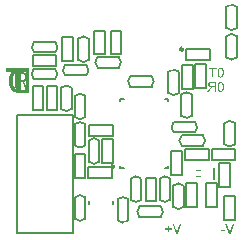
<source format=gbo>
G04 Layer_Color=32896*
%FSAX44Y44*%
%MOMM*%
G71*
G01*
G75*
%ADD14C,0.2500*%
%ADD15C,0.2000*%
%ADD54C,0.1500*%
%ADD55C,0.1000*%
G36*
X01049221Y00844000D02*
X01048136D01*
Y00847629D01*
X01046740D01*
X01046613Y00847621D01*
X01046509Y00847613D01*
X01046429D01*
X01046366Y00847605D01*
X01046318Y00847597D01*
X01046294Y00847589D01*
X01046286D01*
X01046190Y00847565D01*
X01046102Y00847525D01*
X01046022Y00847493D01*
X01045951Y00847453D01*
X01045887Y00847421D01*
X01045839Y00847390D01*
X01045807Y00847374D01*
X01045799Y00847366D01*
X01045704Y00847302D01*
X01045608Y00847214D01*
X01045520Y00847126D01*
X01045432Y00847039D01*
X01045360Y00846959D01*
X01045297Y00846887D01*
X01045265Y00846839D01*
X01045249Y00846831D01*
Y00846823D01*
X01045185Y00846744D01*
X01045129Y00846664D01*
X01044994Y00846480D01*
X01044866Y00846297D01*
X01044738Y00846114D01*
X01044635Y00845954D01*
X01044587Y00845882D01*
X01044547Y00845818D01*
X01044515Y00845771D01*
X01044491Y00845731D01*
X01044475Y00845707D01*
X01044467Y00845699D01*
X01043383Y00844000D01*
X01042035D01*
X01043446Y00846217D01*
X01043606Y00846449D01*
X01043765Y00846664D01*
X01043917Y00846847D01*
X01044053Y00847007D01*
X01044116Y00847079D01*
X01044172Y00847134D01*
X01044220Y00847190D01*
X01044260Y00847230D01*
X01044292Y00847262D01*
X01044316Y00847294D01*
X01044332Y00847302D01*
X01044340Y00847310D01*
X01044435Y00847382D01*
X01044539Y00847461D01*
X01044643Y00847525D01*
X01044746Y00847589D01*
X01044842Y00847637D01*
X01044922Y00847685D01*
X01044954Y00847693D01*
X01044978Y00847709D01*
X01044986Y00847717D01*
X01044994D01*
X01044778Y00847748D01*
X01044579Y00847796D01*
X01044396Y00847844D01*
X01044228Y00847900D01*
X01044069Y00847964D01*
X01043925Y00848028D01*
X01043797Y00848092D01*
X01043686Y00848155D01*
X01043582Y00848219D01*
X01043494Y00848275D01*
X01043422Y00848331D01*
X01043359Y00848379D01*
X01043311Y00848419D01*
X01043279Y00848450D01*
X01043263Y00848466D01*
X01043255Y00848474D01*
X01043151Y00848586D01*
X01043072Y00848706D01*
X01042992Y00848833D01*
X01042928Y00848953D01*
X01042872Y00849080D01*
X01042824Y00849200D01*
X01042792Y00849320D01*
X01042760Y00849431D01*
X01042737Y00849535D01*
X01042721Y00849639D01*
X01042705Y00849718D01*
X01042697Y00849798D01*
X01042689Y00849854D01*
Y00849902D01*
Y00849934D01*
Y00849942D01*
Y00850069D01*
X01042705Y00850189D01*
X01042745Y00850420D01*
X01042800Y00850628D01*
X01042856Y00850811D01*
X01042888Y00850891D01*
X01042920Y00850955D01*
X01042952Y00851019D01*
X01042976Y00851074D01*
X01043000Y00851114D01*
X01043016Y00851146D01*
X01043024Y00851162D01*
X01043032Y00851170D01*
X01043167Y00851361D01*
X01043319Y00851529D01*
X01043470Y00851665D01*
X01043614Y00851768D01*
X01043742Y00851848D01*
X01043797Y00851880D01*
X01043845Y00851912D01*
X01043885Y00851928D01*
X01043917Y00851944D01*
X01043933Y00851952D01*
X01043941D01*
X01044053Y00851992D01*
X01044172Y00852023D01*
X01044435Y00852079D01*
X01044715Y00852119D01*
X01044986Y00852151D01*
X01045105Y00852159D01*
X01045225Y00852167D01*
X01045329D01*
X01045416Y00852175D01*
X01049221D01*
Y00844000D01*
D02*
G37*
G36*
X01053504Y00852199D02*
X01053655Y00852183D01*
X01053807Y00852159D01*
X01053942Y00852135D01*
X01054078Y00852095D01*
X01054197Y00852055D01*
X01054309Y00852016D01*
X01054413Y00851968D01*
X01054501Y00851920D01*
X01054588Y00851880D01*
X01054652Y00851840D01*
X01054716Y00851800D01*
X01054756Y00851776D01*
X01054796Y00851752D01*
X01054812Y00851736D01*
X01054820Y00851728D01*
X01054923Y00851633D01*
X01055027Y00851529D01*
X01055210Y00851314D01*
X01055362Y00851090D01*
X01055482Y00850867D01*
X01055537Y00850763D01*
X01055577Y00850668D01*
X01055617Y00850588D01*
X01055649Y00850508D01*
X01055673Y00850452D01*
X01055689Y00850404D01*
X01055705Y00850372D01*
Y00850365D01*
X01055753Y00850189D01*
X01055801Y00850014D01*
X01055872Y00849623D01*
X01055928Y00849240D01*
X01055944Y00849048D01*
X01055960Y00848865D01*
X01055976Y00848690D01*
X01055984Y00848530D01*
X01055992Y00848394D01*
Y00848267D01*
X01056000Y00848171D01*
Y00848092D01*
Y00848044D01*
Y00848036D01*
Y00848028D01*
X01055992Y00847613D01*
X01055968Y00847222D01*
X01055928Y00846871D01*
X01055872Y00846536D01*
X01055817Y00846241D01*
X01055745Y00845970D01*
X01055673Y00845723D01*
X01055593Y00845507D01*
X01055521Y00845316D01*
X01055450Y00845148D01*
X01055378Y00845013D01*
X01055322Y00844901D01*
X01055266Y00844814D01*
X01055226Y00844750D01*
X01055202Y00844718D01*
X01055194Y00844702D01*
X01055067Y00844558D01*
X01054923Y00844423D01*
X01054772Y00844311D01*
X01054620Y00844215D01*
X01054469Y00844136D01*
X01054309Y00844072D01*
X01054158Y00844016D01*
X01054014Y00843968D01*
X01053878Y00843936D01*
X01053751Y00843912D01*
X01053631Y00843888D01*
X01053536Y00843880D01*
X01053448Y00843872D01*
X01053392Y00843864D01*
X01053336D01*
X01053169Y00843872D01*
X01053017Y00843888D01*
X01052866Y00843912D01*
X01052730Y00843936D01*
X01052594Y00843976D01*
X01052475Y00844016D01*
X01052363Y00844056D01*
X01052259Y00844104D01*
X01052172Y00844152D01*
X01052092Y00844191D01*
X01052020Y00844231D01*
X01051964Y00844271D01*
X01051917Y00844295D01*
X01051885Y00844319D01*
X01051869Y00844335D01*
X01051861Y00844343D01*
X01051757Y00844439D01*
X01051653Y00844542D01*
X01051470Y00844758D01*
X01051318Y00844989D01*
X01051199Y00845204D01*
X01051143Y00845308D01*
X01051103Y00845404D01*
X01051063Y00845483D01*
X01051031Y00845563D01*
X01051007Y00845619D01*
X01050991Y00845667D01*
X01050975Y00845699D01*
Y00845707D01*
X01050919Y00845882D01*
X01050872Y00846058D01*
X01050800Y00846441D01*
X01050744Y00846831D01*
X01050728Y00847015D01*
X01050712Y00847198D01*
X01050696Y00847374D01*
X01050688Y00847525D01*
X01050680Y00847669D01*
Y00847788D01*
X01050672Y00847892D01*
Y00847964D01*
Y00848012D01*
Y00848028D01*
Y00848251D01*
X01050680Y00848458D01*
X01050688Y00848658D01*
X01050704Y00848841D01*
X01050720Y00849017D01*
X01050736Y00849168D01*
X01050752Y00849320D01*
X01050768Y00849447D01*
X01050784Y00849567D01*
X01050800Y00849671D01*
X01050816Y00849758D01*
X01050832Y00849830D01*
X01050848Y00849886D01*
X01050856Y00849926D01*
X01050864Y00849950D01*
Y00849958D01*
X01050936Y00850213D01*
X01051023Y00850452D01*
X01051103Y00850660D01*
X01051143Y00850747D01*
X01051183Y00850835D01*
X01051223Y00850907D01*
X01051255Y00850979D01*
X01051286Y00851034D01*
X01051310Y00851082D01*
X01051334Y00851122D01*
X01051350Y00851146D01*
X01051366Y00851162D01*
Y00851170D01*
X01051494Y00851346D01*
X01051629Y00851505D01*
X01051765Y00851633D01*
X01051893Y00851744D01*
X01052012Y00851824D01*
X01052100Y00851888D01*
X01052140Y00851912D01*
X01052164Y00851920D01*
X01052180Y00851936D01*
X01052188D01*
X01052379Y00852023D01*
X01052579Y00852095D01*
X01052770Y00852143D01*
X01052945Y00852175D01*
X01053025Y00852183D01*
X01053105Y00852191D01*
X01053169Y00852199D01*
X01053224Y00852207D01*
X01053336D01*
X01053504Y00852199D01*
D02*
G37*
G36*
X01049813Y00863358D02*
X01047117D01*
Y00856149D01*
X01046032D01*
Y00863358D01*
X01043328D01*
Y00864324D01*
X01049813D01*
Y00863358D01*
D02*
G37*
G36*
X01053457Y00864347D02*
X01053609Y00864332D01*
X01053761Y00864307D01*
X01053896Y00864284D01*
X01054032Y00864244D01*
X01054151Y00864204D01*
X01054263Y00864164D01*
X01054367Y00864116D01*
X01054454Y00864068D01*
X01054542Y00864028D01*
X01054606Y00863988D01*
X01054670Y00863949D01*
X01054710Y00863925D01*
X01054750Y00863901D01*
X01054765Y00863885D01*
X01054773Y00863877D01*
X01054877Y00863781D01*
X01054981Y00863678D01*
X01055164Y00863462D01*
X01055316Y00863239D01*
X01055435Y00863016D01*
X01055491Y00862912D01*
X01055531Y00862816D01*
X01055571Y00862736D01*
X01055603Y00862657D01*
X01055627Y00862601D01*
X01055643Y00862553D01*
X01055659Y00862521D01*
Y00862513D01*
X01055707Y00862338D01*
X01055754Y00862162D01*
X01055826Y00861771D01*
X01055882Y00861388D01*
X01055898Y00861197D01*
X01055914Y00861014D01*
X01055930Y00860838D01*
X01055938Y00860679D01*
X01055946Y00860543D01*
Y00860415D01*
X01055954Y00860320D01*
Y00860240D01*
Y00860192D01*
Y00860184D01*
Y00860176D01*
X01055946Y00859762D01*
X01055922Y00859371D01*
X01055882Y00859020D01*
X01055826Y00858685D01*
X01055770Y00858390D01*
X01055699Y00858119D01*
X01055627Y00857871D01*
X01055547Y00857656D01*
X01055475Y00857465D01*
X01055404Y00857297D01*
X01055332Y00857161D01*
X01055276Y00857050D01*
X01055220Y00856962D01*
X01055180Y00856898D01*
X01055156Y00856866D01*
X01055148Y00856850D01*
X01055021Y00856707D01*
X01054877Y00856571D01*
X01054726Y00856460D01*
X01054574Y00856364D01*
X01054423Y00856284D01*
X01054263Y00856220D01*
X01054111Y00856164D01*
X01053968Y00856117D01*
X01053832Y00856085D01*
X01053705Y00856061D01*
X01053585Y00856037D01*
X01053489Y00856029D01*
X01053402Y00856021D01*
X01053346Y00856013D01*
X01053290D01*
X01053122Y00856021D01*
X01052971Y00856037D01*
X01052819Y00856061D01*
X01052684Y00856085D01*
X01052548Y00856125D01*
X01052429Y00856164D01*
X01052317Y00856204D01*
X01052213Y00856252D01*
X01052126Y00856300D01*
X01052046Y00856340D01*
X01051974Y00856380D01*
X01051918Y00856420D01*
X01051870Y00856444D01*
X01051838Y00856468D01*
X01051823Y00856484D01*
X01051814Y00856491D01*
X01051711Y00856587D01*
X01051607Y00856691D01*
X01051424Y00856906D01*
X01051272Y00857138D01*
X01051152Y00857353D01*
X01051097Y00857457D01*
X01051057Y00857552D01*
X01051017Y00857632D01*
X01050985Y00857712D01*
X01050961Y00857768D01*
X01050945Y00857815D01*
X01050929Y00857847D01*
Y00857855D01*
X01050873Y00858031D01*
X01050826Y00858206D01*
X01050754Y00858589D01*
X01050698Y00858980D01*
X01050682Y00859163D01*
X01050666Y00859347D01*
X01050650Y00859522D01*
X01050642Y00859674D01*
X01050634Y00859817D01*
Y00859937D01*
X01050626Y00860041D01*
Y00860112D01*
Y00860160D01*
Y00860176D01*
Y00860399D01*
X01050634Y00860607D01*
X01050642Y00860806D01*
X01050658Y00860990D01*
X01050674Y00861165D01*
X01050690Y00861317D01*
X01050706Y00861468D01*
X01050722Y00861596D01*
X01050738Y00861715D01*
X01050754Y00861819D01*
X01050770Y00861907D01*
X01050786Y00861979D01*
X01050802Y00862035D01*
X01050810Y00862074D01*
X01050818Y00862098D01*
Y00862106D01*
X01050889Y00862362D01*
X01050977Y00862601D01*
X01051057Y00862808D01*
X01051097Y00862896D01*
X01051137Y00862984D01*
X01051177Y00863055D01*
X01051208Y00863127D01*
X01051240Y00863183D01*
X01051264Y00863231D01*
X01051288Y00863271D01*
X01051304Y00863295D01*
X01051320Y00863311D01*
Y00863319D01*
X01051448Y00863494D01*
X01051583Y00863653D01*
X01051719Y00863781D01*
X01051846Y00863893D01*
X01051966Y00863973D01*
X01052054Y00864036D01*
X01052094Y00864060D01*
X01052118Y00864068D01*
X01052133Y00864084D01*
X01052141D01*
X01052333Y00864172D01*
X01052532Y00864244D01*
X01052724Y00864292D01*
X01052899Y00864324D01*
X01052979Y00864332D01*
X01053059Y00864339D01*
X01053122Y00864347D01*
X01053178Y00864355D01*
X01053290D01*
X01053457Y00864347D01*
D02*
G37*
G36*
X01009568Y00728248D02*
X01011793D01*
Y00727315D01*
X01009568D01*
Y00725074D01*
X01008619D01*
Y00727315D01*
X01006394D01*
Y00728248D01*
X01008619D01*
Y00730473D01*
X01009568D01*
Y00728248D01*
D02*
G37*
G36*
X01016842Y00723750D02*
X01015717D01*
X01012519Y00731925D01*
X01013620D01*
X01015837Y00725983D01*
X01015925Y00725736D01*
X01016012Y00725489D01*
X01016084Y00725265D01*
X01016148Y00725066D01*
X01016180Y00724970D01*
X01016204Y00724891D01*
X01016220Y00724819D01*
X01016244Y00724755D01*
X01016259Y00724707D01*
X01016267Y00724675D01*
X01016275Y00724651D01*
Y00724643D01*
X01016347Y00724883D01*
X01016419Y00725114D01*
X01016491Y00725337D01*
X01016554Y00725545D01*
X01016586Y00725640D01*
X01016618Y00725720D01*
X01016642Y00725800D01*
X01016666Y00725863D01*
X01016682Y00725911D01*
X01016698Y00725951D01*
X01016706Y00725975D01*
Y00725983D01*
X01018828Y00731925D01*
X01020000D01*
X01016842Y00723750D01*
D02*
G37*
G36*
X01056822Y00726207D02*
X01053736D01*
Y00727219D01*
X01056822D01*
Y00726207D01*
D02*
G37*
G36*
X01061592Y00723750D02*
X01060467D01*
X01057269Y00731925D01*
X01058370D01*
X01060587Y00725983D01*
X01060675Y00725736D01*
X01060762Y00725489D01*
X01060834Y00725265D01*
X01060898Y00725066D01*
X01060930Y00724970D01*
X01060954Y00724891D01*
X01060970Y00724819D01*
X01060993Y00724755D01*
X01061009Y00724707D01*
X01061017Y00724675D01*
X01061025Y00724651D01*
Y00724643D01*
X01061097Y00724883D01*
X01061169Y00725114D01*
X01061241Y00725337D01*
X01061304Y00725545D01*
X01061336Y00725640D01*
X01061368Y00725720D01*
X01061392Y00725800D01*
X01061416Y00725863D01*
X01061432Y00725911D01*
X01061448Y00725951D01*
X01061456Y00725975D01*
Y00725983D01*
X01063578Y00731925D01*
X01064750D01*
X01061592Y00723750D01*
D02*
G37*
G36*
X00890764Y00863675D02*
X00891004D01*
Y00863436D01*
X00891243D01*
Y00863196D01*
Y00862956D01*
Y00862717D01*
X00891004D01*
Y00862477D01*
X00891243D01*
Y00862237D01*
Y00861998D01*
Y00861758D01*
X00891004D01*
Y00861518D01*
X00891243D01*
Y00861279D01*
Y00861039D01*
Y00860799D01*
X00891004D01*
Y00860560D01*
X00891243D01*
Y00860320D01*
Y00860080D01*
Y00859841D01*
X00891004D01*
Y00859601D01*
X00891243D01*
Y00859361D01*
Y00859122D01*
Y00858882D01*
X00891004D01*
Y00858642D01*
X00891243D01*
Y00858403D01*
Y00858163D01*
Y00857923D01*
X00891004D01*
Y00857684D01*
X00891243D01*
Y00857444D01*
Y00857204D01*
Y00856965D01*
X00891004D01*
Y00856725D01*
X00891243D01*
Y00856486D01*
Y00856246D01*
Y00856006D01*
X00891004D01*
Y00855767D01*
X00891243D01*
Y00855527D01*
Y00855287D01*
Y00855048D01*
X00891004D01*
Y00854808D01*
X00891243D01*
Y00854568D01*
Y00854329D01*
Y00854089D01*
X00891004D01*
Y00853849D01*
X00891243D01*
Y00853609D01*
Y00853370D01*
Y00853130D01*
X00891004D01*
Y00852890D01*
X00891243D01*
Y00852651D01*
Y00852411D01*
Y00852171D01*
X00891004D01*
Y00851932D01*
X00891243D01*
Y00851692D01*
Y00851453D01*
Y00851213D01*
X00891004D01*
Y00850973D01*
X00891243D01*
Y00850734D01*
Y00850494D01*
Y00850254D01*
X00891004D01*
Y00850015D01*
X00891243D01*
Y00849775D01*
Y00849535D01*
Y00849296D01*
X00891004D01*
Y00849056D01*
X00891243D01*
Y00848816D01*
Y00848577D01*
Y00848337D01*
X00891004D01*
Y00848097D01*
X00891243D01*
Y00847858D01*
Y00847618D01*
Y00847378D01*
X00891004D01*
Y00847139D01*
X00891243D01*
Y00846899D01*
Y00846659D01*
Y00846420D01*
X00891004D01*
Y00846180D01*
X00891243D01*
Y00845940D01*
Y00845701D01*
Y00845461D01*
X00891004D01*
Y00845221D01*
X00891243D01*
Y00844982D01*
Y00844742D01*
Y00844502D01*
X00891004D01*
Y00844263D01*
X00891243D01*
Y00844023D01*
Y00843783D01*
Y00843544D01*
X00891004D01*
Y00843304D01*
X00891243D01*
Y00843064D01*
X00891004D01*
Y00842825D01*
X00890764D01*
Y00842585D01*
X00890524D01*
Y00842825D01*
X00890285D01*
Y00842585D01*
X00890045D01*
Y00842825D01*
X00889806D01*
Y00842585D01*
X00889566D01*
Y00842825D01*
X00889326D01*
Y00842585D01*
X00889087D01*
Y00842825D01*
X00888847D01*
Y00842585D01*
X00888607D01*
Y00842825D01*
X00888367D01*
Y00842585D01*
X00888128D01*
Y00842825D01*
X00887888D01*
Y00842585D01*
X00887648D01*
Y00842825D01*
X00887409D01*
Y00842585D01*
X00887169D01*
Y00842825D01*
X00886929D01*
Y00842585D01*
X00886690D01*
Y00842825D01*
X00886450D01*
Y00842585D01*
X00886210D01*
Y00842825D01*
X00885971D01*
Y00842585D01*
X00885731D01*
Y00842825D01*
X00885491D01*
Y00842585D01*
X00885252D01*
Y00842825D01*
X00885012D01*
Y00842585D01*
X00884773D01*
Y00842825D01*
X00884533D01*
Y00842585D01*
X00884293D01*
Y00842825D01*
X00884054D01*
Y00842585D01*
X00883814D01*
Y00842825D01*
X00883574D01*
Y00842585D01*
X00883335D01*
Y00842825D01*
X00883095D01*
Y00842585D01*
X00882855D01*
Y00842825D01*
X00881657D01*
Y00843064D01*
X00881417D01*
Y00842825D01*
X00881178D01*
Y00843064D01*
X00880938D01*
Y00842825D01*
X00880698D01*
Y00843064D01*
X00879979D01*
Y00843304D01*
X00879740D01*
Y00843544D01*
X00879500D01*
Y00843304D01*
X00879740D01*
Y00843064D01*
X00879500D01*
Y00843304D01*
X00879260D01*
Y00843544D01*
X00878541D01*
Y00843783D01*
X00878302D01*
Y00844023D01*
X00877583D01*
Y00844263D01*
X00877343D01*
Y00844502D01*
X00877103D01*
Y00844742D01*
X00876864D01*
Y00844982D01*
X00876624D01*
Y00845221D01*
X00876384D01*
Y00845461D01*
X00876145D01*
Y00845701D01*
Y00845940D01*
X00875665D01*
Y00846180D01*
X00875905D01*
Y00846420D01*
X00875665D01*
Y00846659D01*
X00875426D01*
Y00846899D01*
X00875186D01*
Y00847139D01*
Y00847378D01*
Y00847618D01*
X00874946D01*
Y00847858D01*
X00874707D01*
Y00848097D01*
X00874946D01*
Y00848337D01*
X00874707D01*
Y00848577D01*
Y00848816D01*
X00874467D01*
Y00849056D01*
Y00849296D01*
X00874227D01*
Y00849535D01*
X00874467D01*
Y00849775D01*
X00874227D01*
Y00850015D01*
Y00850254D01*
Y00850494D01*
X00873988D01*
Y00850734D01*
X00874227D01*
Y00850973D01*
X00873988D01*
Y00851213D01*
Y00851453D01*
Y00851692D01*
X00873748D01*
Y00851932D01*
X00873988D01*
Y00852171D01*
Y00852411D01*
Y00852651D01*
X00873748D01*
Y00852890D01*
X00873988D01*
Y00853130D01*
Y00853370D01*
Y00853609D01*
X00873748D01*
Y00853849D01*
X00873988D01*
Y00854089D01*
Y00854329D01*
Y00854568D01*
X00873748D01*
Y00854808D01*
X00873988D01*
Y00855048D01*
X00874227D01*
Y00855287D01*
X00873988D01*
Y00855527D01*
X00874227D01*
Y00855767D01*
Y00856006D01*
Y00856246D01*
X00874467D01*
Y00856486D01*
X00874227D01*
Y00856725D01*
X00874467D01*
Y00856965D01*
X00874227D01*
Y00857204D01*
X00874467D01*
Y00857444D01*
X00874707D01*
Y00857684D01*
Y00857923D01*
Y00858163D01*
X00874946D01*
Y00858403D01*
X00874707D01*
Y00858642D01*
X00874946D01*
Y00858882D01*
X00875186D01*
Y00859122D01*
X00875426D01*
Y00859361D01*
Y00859601D01*
Y00859841D01*
X00875665D01*
Y00860080D01*
X00875905D01*
Y00860320D01*
X00876145D01*
Y00860560D01*
X00876384D01*
Y00860799D01*
X00876145D01*
Y00861039D01*
X00875905D01*
Y00860799D01*
X00875186D01*
Y00861039D01*
X00874946D01*
Y00860799D01*
X00874227D01*
Y00861039D01*
X00873988D01*
Y00860799D01*
X00873269D01*
Y00861039D01*
X00873029D01*
Y00860799D01*
X00872310D01*
Y00861039D01*
X00872070D01*
Y00860799D01*
X00871831D01*
Y00861039D01*
X00871591D01*
Y00861279D01*
X00871351D01*
Y00861518D01*
X00871591D01*
Y00861758D01*
X00871351D01*
Y00861998D01*
X00871591D01*
Y00862237D01*
X00871351D01*
Y00862477D01*
X00871591D01*
Y00862717D01*
X00871351D01*
Y00862956D01*
X00871591D01*
Y00863196D01*
X00871351D01*
Y00863436D01*
X00871591D01*
Y00863675D01*
X00871831D01*
Y00863915D01*
X00872070D01*
Y00863675D01*
X00872310D01*
Y00863915D01*
X00872550D01*
Y00863675D01*
X00872790D01*
Y00863915D01*
X00873029D01*
Y00863675D01*
X00873269D01*
Y00863915D01*
X00873508D01*
Y00863675D01*
X00873748D01*
Y00863915D01*
X00873988D01*
Y00863675D01*
X00874227D01*
Y00863915D01*
X00874467D01*
Y00863675D01*
X00874707D01*
Y00863915D01*
X00874946D01*
Y00863675D01*
X00875186D01*
Y00863915D01*
X00875426D01*
Y00863675D01*
X00875665D01*
Y00863915D01*
X00875905D01*
Y00863675D01*
X00876145D01*
Y00863915D01*
X00876384D01*
Y00863675D01*
X00876624D01*
Y00863915D01*
X00876864D01*
Y00863675D01*
X00877103D01*
Y00863915D01*
X00877343D01*
Y00863675D01*
X00877583D01*
Y00863915D01*
X00877822D01*
Y00863675D01*
X00878062D01*
Y00863915D01*
X00878302D01*
Y00863675D01*
X00878541D01*
Y00863915D01*
X00878781D01*
Y00863675D01*
X00879021D01*
Y00863915D01*
X00879260D01*
Y00863675D01*
X00879500D01*
Y00863915D01*
X00879740D01*
Y00863675D01*
X00879979D01*
Y00863915D01*
X00880219D01*
Y00863675D01*
X00880459D01*
Y00863915D01*
X00880698D01*
Y00863675D01*
X00880938D01*
Y00863915D01*
X00881178D01*
Y00863675D01*
X00881417D01*
Y00863915D01*
X00881657D01*
Y00863675D01*
X00881897D01*
Y00863915D01*
X00882136D01*
Y00863675D01*
X00882376D01*
Y00863915D01*
X00882616D01*
Y00863675D01*
X00882855D01*
Y00863915D01*
X00883095D01*
Y00863675D01*
X00883335D01*
Y00863915D01*
X00883574D01*
Y00863675D01*
X00883814D01*
Y00863915D01*
X00884054D01*
Y00863675D01*
X00884293D01*
Y00863915D01*
X00884533D01*
Y00863675D01*
X00884773D01*
Y00863915D01*
X00885012D01*
Y00863675D01*
X00885252D01*
Y00863915D01*
X00885491D01*
Y00863675D01*
X00885731D01*
Y00863915D01*
X00885971D01*
Y00863675D01*
X00886210D01*
Y00863915D01*
X00886450D01*
Y00863675D01*
X00886690D01*
Y00863915D01*
X00886929D01*
Y00863675D01*
X00887169D01*
Y00863915D01*
X00887409D01*
Y00863675D01*
X00887648D01*
Y00863915D01*
X00887888D01*
Y00863675D01*
X00888128D01*
Y00863915D01*
X00888367D01*
Y00863675D01*
X00888607D01*
Y00863915D01*
X00888847D01*
Y00863675D01*
X00889087D01*
Y00863915D01*
X00889326D01*
Y00863675D01*
X00889566D01*
Y00863915D01*
X00889806D01*
Y00863675D01*
X00890045D01*
Y00863915D01*
X00890285D01*
Y00863675D01*
X00890524D01*
Y00863915D01*
X00890764D01*
Y00863675D01*
D02*
G37*
%LPC*%
G36*
X01048136Y00851274D02*
X01045385D01*
X01045233Y00851258D01*
X01045097Y00851242D01*
X01044962Y00851218D01*
X01044842Y00851186D01*
X01044738Y00851154D01*
X01044643Y00851122D01*
X01044555Y00851090D01*
X01044475Y00851050D01*
X01044411Y00851019D01*
X01044356Y00850987D01*
X01044308Y00850955D01*
X01044276Y00850931D01*
X01044244Y00850915D01*
X01044236Y00850907D01*
X01044228Y00850899D01*
X01044156Y00850827D01*
X01044084Y00850747D01*
X01044029Y00850676D01*
X01043981Y00850588D01*
X01043909Y00850428D01*
X01043861Y00850277D01*
X01043829Y00850149D01*
X01043821Y00850085D01*
X01043813Y00850038D01*
X01043805Y00849998D01*
Y00849966D01*
Y00849950D01*
Y00849942D01*
X01043813Y00849798D01*
X01043837Y00849655D01*
X01043877Y00849535D01*
X01043917Y00849423D01*
X01043957Y00849328D01*
X01043997Y00849264D01*
X01044021Y00849216D01*
X01044029Y00849208D01*
Y00849200D01*
X01044116Y00849080D01*
X01044220Y00848985D01*
X01044324Y00848897D01*
X01044427Y00848833D01*
X01044515Y00848777D01*
X01044587Y00848745D01*
X01044643Y00848721D01*
X01044651Y00848714D01*
X01044659D01*
X01044826Y00848666D01*
X01045018Y00848626D01*
X01045209Y00848602D01*
X01045392Y00848578D01*
X01045480D01*
X01045560Y00848570D01*
X01045632D01*
X01045695Y00848562D01*
X01048136D01*
Y00851274D01*
D02*
G37*
G36*
X01053416Y00851377D02*
X01053352D01*
X01053224Y00851369D01*
X01053097Y00851346D01*
X01052977Y00851314D01*
X01052866Y00851274D01*
X01052666Y00851162D01*
X01052579Y00851106D01*
X01052499Y00851042D01*
X01052419Y00850979D01*
X01052355Y00850923D01*
X01052299Y00850867D01*
X01052259Y00850811D01*
X01052220Y00850771D01*
X01052196Y00850739D01*
X01052180Y00850715D01*
X01052172Y00850707D01*
X01052092Y00850572D01*
X01052012Y00850404D01*
X01051956Y00850213D01*
X01051900Y00850014D01*
X01051853Y00849790D01*
X01051813Y00849567D01*
X01051757Y00849120D01*
X01051741Y00848905D01*
X01051725Y00848698D01*
X01051717Y00848514D01*
X01051709Y00848355D01*
Y00848283D01*
X01051701Y00848219D01*
Y00848163D01*
Y00848115D01*
Y00848075D01*
Y00848052D01*
Y00848036D01*
Y00848028D01*
X01051709Y00847669D01*
X01051725Y00847334D01*
X01051749Y00847031D01*
X01051773Y00846759D01*
X01051813Y00846512D01*
X01051853Y00846297D01*
X01051893Y00846105D01*
X01051940Y00845938D01*
X01051988Y00845787D01*
X01052028Y00845667D01*
X01052068Y00845563D01*
X01052108Y00845483D01*
X01052132Y00845420D01*
X01052156Y00845380D01*
X01052172Y00845356D01*
X01052180Y00845348D01*
X01052267Y00845228D01*
X01052363Y00845133D01*
X01052459Y00845045D01*
X01052562Y00844965D01*
X01052658Y00844901D01*
X01052754Y00844845D01*
X01052842Y00844806D01*
X01052937Y00844766D01*
X01053017Y00844742D01*
X01053097Y00844718D01*
X01053161Y00844710D01*
X01053224Y00844694D01*
X01053272D01*
X01053304Y00844686D01*
X01053336D01*
X01053464Y00844694D01*
X01053583Y00844718D01*
X01053703Y00844750D01*
X01053807Y00844790D01*
X01054006Y00844893D01*
X01054094Y00844957D01*
X01054182Y00845021D01*
X01054253Y00845077D01*
X01054317Y00845141D01*
X01054373Y00845196D01*
X01054413Y00845244D01*
X01054453Y00845284D01*
X01054477Y00845316D01*
X01054493Y00845340D01*
X01054501Y00845348D01*
X01054580Y00845483D01*
X01054652Y00845651D01*
X01054716Y00845842D01*
X01054772Y00846050D01*
X01054820Y00846265D01*
X01054859Y00846488D01*
X01054915Y00846935D01*
X01054931Y00847150D01*
X01054947Y00847358D01*
X01054955Y00847541D01*
X01054963Y00847701D01*
Y00847772D01*
X01054971Y00847836D01*
Y00847892D01*
Y00847940D01*
Y00847980D01*
Y00848004D01*
Y00848020D01*
Y00848028D01*
X01054963Y00848387D01*
X01054947Y00848721D01*
X01054923Y00849033D01*
X01054891Y00849304D01*
X01054852Y00849559D01*
X01054812Y00849782D01*
X01054764Y00849982D01*
X01054716Y00850165D01*
X01054668Y00850317D01*
X01054620Y00850444D01*
X01054580Y00850556D01*
X01054540Y00850636D01*
X01054509Y00850707D01*
X01054485Y00850755D01*
X01054469Y00850779D01*
X01054461Y00850787D01*
X01054381Y00850891D01*
X01054293Y00850979D01*
X01054205Y00851058D01*
X01054110Y00851130D01*
X01054022Y00851186D01*
X01053926Y00851234D01*
X01053839Y00851274D01*
X01053751Y00851306D01*
X01053591Y00851346D01*
X01053528Y00851361D01*
X01053464Y00851369D01*
X01053416Y00851377D01*
D02*
G37*
G36*
X01053370Y00863526D02*
X01053306D01*
X01053178Y00863518D01*
X01053051Y00863494D01*
X01052931Y00863462D01*
X01052819Y00863422D01*
X01052620Y00863311D01*
X01052532Y00863255D01*
X01052453Y00863191D01*
X01052373Y00863127D01*
X01052309Y00863071D01*
X01052253Y00863016D01*
X01052213Y00862960D01*
X01052173Y00862920D01*
X01052150Y00862888D01*
X01052133Y00862864D01*
X01052126Y00862856D01*
X01052046Y00862720D01*
X01051966Y00862553D01*
X01051910Y00862362D01*
X01051854Y00862162D01*
X01051806Y00861939D01*
X01051767Y00861715D01*
X01051711Y00861269D01*
X01051695Y00861053D01*
X01051679Y00860846D01*
X01051671Y00860663D01*
X01051663Y00860503D01*
Y00860431D01*
X01051655Y00860368D01*
Y00860312D01*
Y00860264D01*
Y00860224D01*
Y00860200D01*
Y00860184D01*
Y00860176D01*
X01051663Y00859817D01*
X01051679Y00859482D01*
X01051703Y00859179D01*
X01051727Y00858908D01*
X01051767Y00858661D01*
X01051806Y00858446D01*
X01051846Y00858254D01*
X01051894Y00858087D01*
X01051942Y00857935D01*
X01051982Y00857815D01*
X01052022Y00857712D01*
X01052062Y00857632D01*
X01052086Y00857568D01*
X01052110Y00857528D01*
X01052126Y00857504D01*
X01052133Y00857496D01*
X01052221Y00857377D01*
X01052317Y00857281D01*
X01052413Y00857193D01*
X01052516Y00857114D01*
X01052612Y00857050D01*
X01052708Y00856994D01*
X01052795Y00856954D01*
X01052891Y00856914D01*
X01052971Y00856890D01*
X01053051Y00856866D01*
X01053114Y00856858D01*
X01053178Y00856842D01*
X01053226D01*
X01053258Y00856834D01*
X01053290D01*
X01053418Y00856842D01*
X01053537Y00856866D01*
X01053657Y00856898D01*
X01053761Y00856938D01*
X01053960Y00857042D01*
X01054048Y00857106D01*
X01054135Y00857169D01*
X01054207Y00857225D01*
X01054271Y00857289D01*
X01054327Y00857345D01*
X01054367Y00857393D01*
X01054407Y00857433D01*
X01054430Y00857465D01*
X01054446Y00857488D01*
X01054454Y00857496D01*
X01054534Y00857632D01*
X01054606Y00857800D01*
X01054670Y00857991D01*
X01054726Y00858198D01*
X01054773Y00858414D01*
X01054813Y00858637D01*
X01054869Y00859083D01*
X01054885Y00859299D01*
X01054901Y00859506D01*
X01054909Y00859690D01*
X01054917Y00859849D01*
Y00859921D01*
X01054925Y00859985D01*
Y00860041D01*
Y00860088D01*
Y00860128D01*
Y00860152D01*
Y00860168D01*
Y00860176D01*
X01054917Y00860535D01*
X01054901Y00860870D01*
X01054877Y00861181D01*
X01054845Y00861452D01*
X01054805Y00861708D01*
X01054765Y00861931D01*
X01054718Y00862130D01*
X01054670Y00862314D01*
X01054622Y00862465D01*
X01054574Y00862593D01*
X01054534Y00862704D01*
X01054494Y00862784D01*
X01054462Y00862856D01*
X01054438Y00862904D01*
X01054423Y00862928D01*
X01054415Y00862936D01*
X01054335Y00863039D01*
X01054247Y00863127D01*
X01054159Y00863207D01*
X01054064Y00863279D01*
X01053976Y00863335D01*
X01053880Y00863382D01*
X01053792Y00863422D01*
X01053705Y00863454D01*
X01053545Y00863494D01*
X01053481Y00863510D01*
X01053418Y00863518D01*
X01053370Y00863526D01*
D02*
G37*
G36*
X00888128Y00852890D02*
X00887648D01*
Y00852651D01*
X00887409D01*
Y00852411D01*
X00886929D01*
Y00852171D01*
Y00851932D01*
Y00851692D01*
X00887169D01*
Y00851453D01*
X00887409D01*
Y00851213D01*
Y00850973D01*
Y00850734D01*
X00887648D01*
Y00850494D01*
Y00850254D01*
X00887888D01*
Y00850015D01*
X00888128D01*
Y00850254D01*
Y00850494D01*
Y00850734D01*
Y00850973D01*
Y00851213D01*
Y00851453D01*
Y00851692D01*
Y00851932D01*
Y00852171D01*
Y00852411D01*
Y00852651D01*
Y00852890D01*
D02*
G37*
G36*
X00879740Y00859361D02*
X00879260D01*
Y00859122D01*
X00879021D01*
Y00858882D01*
X00878781D01*
Y00858642D01*
X00878541D01*
Y00858403D01*
X00878302D01*
Y00858163D01*
Y00857923D01*
X00878062D01*
Y00857684D01*
Y00857444D01*
X00877822D01*
Y00857204D01*
Y00856965D01*
X00877583D01*
Y00856725D01*
Y00856486D01*
Y00856246D01*
X00877343D01*
Y00856006D01*
Y00855767D01*
Y00855527D01*
Y00855287D01*
Y00855048D01*
Y00854808D01*
Y00854568D01*
X00877103D01*
Y00854329D01*
Y00854089D01*
Y00853849D01*
Y00853609D01*
Y00853370D01*
Y00853130D01*
Y00852890D01*
Y00852651D01*
Y00852411D01*
Y00852171D01*
Y00851932D01*
X00877343D01*
Y00851692D01*
Y00851453D01*
Y00851213D01*
Y00850973D01*
Y00850734D01*
Y00850494D01*
Y00850254D01*
X00877583D01*
Y00850015D01*
Y00849775D01*
Y00849535D01*
Y00849296D01*
X00877822D01*
Y00849056D01*
Y00848816D01*
X00878062D01*
Y00848577D01*
Y00848337D01*
X00878302D01*
Y00848097D01*
Y00847858D01*
X00878541D01*
Y00847618D01*
X00878781D01*
Y00847378D01*
Y00847139D01*
X00879021D01*
Y00846899D01*
X00879500D01*
Y00846659D01*
X00879740D01*
Y00846899D01*
Y00847139D01*
X00879500D01*
Y00847378D01*
Y00847618D01*
Y00847858D01*
Y00848097D01*
Y00848337D01*
Y00848577D01*
Y00848816D01*
Y00849056D01*
Y00849296D01*
Y00849535D01*
Y00849775D01*
Y00850015D01*
Y00850254D01*
Y00850494D01*
Y00850734D01*
Y00850973D01*
Y00851213D01*
Y00851453D01*
Y00851692D01*
Y00851932D01*
Y00852171D01*
Y00852411D01*
Y00852651D01*
Y00852890D01*
Y00853130D01*
Y00853370D01*
Y00853609D01*
Y00853849D01*
Y00854089D01*
Y00854329D01*
Y00854568D01*
Y00854808D01*
Y00855048D01*
Y00855287D01*
Y00855527D01*
Y00855767D01*
Y00856006D01*
Y00856246D01*
Y00856486D01*
Y00856725D01*
Y00856965D01*
Y00857204D01*
Y00857444D01*
Y00857684D01*
Y00857923D01*
Y00858163D01*
Y00858403D01*
Y00858642D01*
Y00858882D01*
X00879740D01*
Y00859122D01*
Y00859361D01*
D02*
G37*
G36*
X00887169Y00860799D02*
X00886929D01*
Y00860560D01*
X00886450D01*
Y00860320D01*
X00887169D01*
Y00860080D01*
X00887648D01*
Y00859841D01*
X00887888D01*
Y00859601D01*
X00888128D01*
Y00859841D01*
Y00860080D01*
Y00860320D01*
Y00860560D01*
X00887169D01*
Y00860799D01*
D02*
G37*
G36*
X00886690Y00858642D02*
X00883814D01*
Y00858403D01*
Y00858163D01*
Y00857923D01*
Y00857684D01*
Y00857444D01*
Y00857204D01*
Y00856965D01*
Y00856725D01*
Y00856486D01*
Y00856246D01*
Y00856006D01*
Y00855767D01*
Y00855527D01*
Y00855287D01*
Y00855048D01*
Y00854808D01*
Y00854568D01*
Y00854329D01*
Y00854089D01*
Y00853849D01*
X00886690D01*
Y00854089D01*
X00886929D01*
Y00854329D01*
X00887169D01*
Y00854568D01*
X00887409D01*
Y00854808D01*
Y00855048D01*
X00887648D01*
Y00855287D01*
Y00855527D01*
Y00855767D01*
Y00856006D01*
Y00856246D01*
Y00856486D01*
Y00856725D01*
Y00856965D01*
Y00857204D01*
Y00857444D01*
X00887409D01*
Y00857684D01*
Y00857923D01*
X00887169D01*
Y00858163D01*
X00886929D01*
Y00858403D01*
X00886690D01*
Y00858642D01*
D02*
G37*
G36*
X00877822Y00844502D02*
X00877583D01*
Y00844263D01*
X00877822D01*
Y00844502D01*
D02*
G37*
G36*
X00885252Y00852171D02*
X00883814D01*
Y00851932D01*
Y00851692D01*
Y00851453D01*
Y00851213D01*
Y00850973D01*
Y00850734D01*
Y00850494D01*
Y00850254D01*
Y00850015D01*
Y00849775D01*
Y00849535D01*
Y00849296D01*
Y00849056D01*
Y00848816D01*
Y00848577D01*
Y00848337D01*
Y00848097D01*
Y00847858D01*
Y00847618D01*
Y00847378D01*
Y00847139D01*
Y00846899D01*
Y00846659D01*
Y00846420D01*
Y00846180D01*
Y00845940D01*
Y00845701D01*
X00887888D01*
Y00845940D01*
Y00846180D01*
Y00846420D01*
X00887648D01*
Y00846659D01*
Y00846899D01*
Y00847139D01*
X00887409D01*
Y00847378D01*
Y00847618D01*
Y00847858D01*
X00887169D01*
Y00848097D01*
Y00848337D01*
Y00848577D01*
X00886929D01*
Y00848816D01*
Y00849056D01*
Y00849296D01*
X00886690D01*
Y00849535D01*
Y00849775D01*
Y00850015D01*
X00886450D01*
Y00850254D01*
Y00850494D01*
Y00850734D01*
X00886210D01*
Y00850973D01*
Y00851213D01*
X00885971D01*
Y00851453D01*
X00885731D01*
Y00851692D01*
Y00851932D01*
X00885252D01*
Y00852171D01*
D02*
G37*
%LPD*%
D14*
X00962750Y00780500D02*
G03*
X00962750Y00780500I-00001250J00000000D01*
G01*
X01021500Y00880000D02*
G03*
X01021500Y00880000I-00001250J00000000D01*
G01*
D15*
X00968000Y00779000D02*
Y00781000D01*
Y00779000D02*
X00971000D01*
X01006000D02*
X01009000D01*
Y00781000D01*
Y00836000D02*
Y00838000D01*
X01006000D02*
X01009000D01*
X00968000Y00836000D02*
Y00838000D01*
X00971000D01*
X00962100Y00749100D02*
Y00751100D01*
X00941900Y00749100D02*
Y00751100D01*
X01048000Y00770500D02*
Y00779500D01*
D54*
X01002500Y00738000D02*
G03*
X01002500Y00747000I-00004500J00004500D01*
G01*
X00984500D02*
G03*
X00984500Y00738000I00004500J-00004500D01*
G01*
X00975000Y00753000D02*
G03*
X00966000Y00753000I-00004500J-00004500D01*
G01*
Y00735000D02*
G03*
X00975000Y00735000I00004500J00004500D01*
G01*
X00929750Y00736500D02*
G03*
X00938750Y00736500I00004500J00004500D01*
G01*
Y00754500D02*
G03*
X00929750Y00754500I-00004500J-00004500D01*
G01*
X00913250Y00877250D02*
G03*
X00913250Y00886250I-00004500J00004500D01*
G01*
X00895250D02*
G03*
X00895250Y00877250I00004500J-00004500D01*
G01*
X01058000Y00873000D02*
G03*
X01067000Y00873000I00004500J00004500D01*
G01*
Y00891000D02*
G03*
X01058000Y00891000I-00004500J-00004500D01*
G01*
X01067000Y00916000D02*
G03*
X01058000Y00916000I-00004500J-00004500D01*
G01*
Y00898000D02*
G03*
X01067000Y00898000I00004500J00004500D01*
G01*
X00929750Y00798500D02*
G03*
X00938750Y00798500I00004500J00004500D01*
G01*
Y00816500D02*
G03*
X00929750Y00816500I-00004500J-00004500D01*
G01*
X01065500Y00817500D02*
G03*
X01056500Y00817500I-00004500J-00004500D01*
G01*
Y00799500D02*
G03*
X01065500Y00799500I00004500J00004500D01*
G01*
X01029000Y00841750D02*
G03*
X01020000Y00841750I-00004500J-00004500D01*
G01*
Y00823750D02*
G03*
X01029000Y00823750I00004500J00004500D01*
G01*
X01020250Y00807250D02*
G03*
X01020250Y00798250I00004500J-00004500D01*
G01*
X01038250D02*
G03*
X01038250Y00807250I-00004500J00004500D01*
G01*
X01031500Y00809500D02*
G03*
X01031500Y00818500I-00004500J00004500D01*
G01*
X01013500D02*
G03*
X01013500Y00809500I00004500J-00004500D01*
G01*
X00977000Y00752500D02*
G03*
X00986000Y00752500I00004500J00004500D01*
G01*
Y00770500D02*
G03*
X00977000Y00770500I-00004500J-00004500D01*
G01*
X01022000Y00764500D02*
G03*
X01013000Y00764500I-00004500J-00004500D01*
G01*
Y00746500D02*
G03*
X01022000Y00746500I00004500J00004500D01*
G01*
X00895000Y00863500D02*
G03*
X00895000Y00854500I00004500J-00004500D01*
G01*
X00913000D02*
G03*
X00913000Y00863500I-00004500J00004500D01*
G01*
X00941500Y00889000D02*
G03*
X00932500Y00889000I-00004500J-00004500D01*
G01*
Y00871000D02*
G03*
X00941500Y00871000I00004500J00004500D01*
G01*
X00921500Y00866750D02*
G03*
X00921500Y00857750I00004500J-00004500D01*
G01*
X00939500D02*
G03*
X00939500Y00866750I-00004500J00004500D01*
G01*
X00976750Y00857250D02*
G03*
X00976750Y00848250I00004500J-00004500D01*
G01*
X00994750D02*
G03*
X00994750Y00857250I-00004500J00004500D01*
G01*
X00949000Y00873500D02*
G03*
X00949000Y00864500I00004500J-00004500D01*
G01*
X00967000D02*
G03*
X00967000Y00873500I-00004500J00004500D01*
G01*
X00927000Y00847500D02*
G03*
X00918000Y00847500I-00004500J-00004500D01*
G01*
Y00829500D02*
G03*
X00927000Y00829500I00004500J00004500D01*
G01*
X00938750Y00840500D02*
G03*
X00929750Y00840500I-00004500J-00004500D01*
G01*
Y00822500D02*
G03*
X00938750Y00822500I00004500J00004500D01*
G01*
X00950500Y00802750D02*
G03*
X00941500Y00802750I-00004500J-00004500D01*
G01*
Y00784750D02*
G03*
X00950500Y00784750I00004500J00004500D01*
G01*
X01018000Y00861000D02*
G03*
X01009000Y00861000I-00004500J-00004500D01*
G01*
Y00843000D02*
G03*
X01018000Y00843000I00004500J00004500D01*
G01*
X01001500Y00752500D02*
G03*
X01010500Y00752500I00004500J00004500D01*
G01*
Y00770500D02*
G03*
X01001500Y00770500I-00004500J-00004500D01*
G01*
X01020500Y00773500D02*
Y00793500D01*
X01011500Y00773500D02*
Y00793500D01*
Y00773500D02*
X01020500D01*
X01011500Y00793500D02*
X01020500D01*
X00984500Y00747000D02*
X01002500D01*
X00984500Y00738000D02*
X01002500D01*
X01023000Y00795500D02*
X01043000D01*
X01023000Y00786500D02*
X01043000D01*
Y00795500D01*
X01023000Y00786500D02*
Y00795500D01*
X01049750Y00746500D02*
Y00766500D01*
X01040750Y00746500D02*
Y00766500D01*
Y00746500D02*
X01049750D01*
X01040750Y00766500D02*
X01049750D01*
X00941750Y00806500D02*
X00961750D01*
X00941750Y00815500D02*
X00961750D01*
X00941750Y00806500D02*
Y00815500D01*
X00961750Y00806500D02*
Y00815500D01*
X00938750Y00771000D02*
Y00791000D01*
X00929750Y00771000D02*
Y00791000D01*
Y00771000D02*
X00938750D01*
X00929750Y00791000D02*
X00938750D01*
X01045750Y00786500D02*
X01065750D01*
X01045750Y00795500D02*
X01065750D01*
X01045750Y00786500D02*
Y00795500D01*
X01065750Y00786500D02*
Y00795500D01*
X01061000Y00763250D02*
Y00783250D01*
X01052000Y00763250D02*
Y00783250D01*
Y00763250D02*
X01061000D01*
X01052000Y00783250D02*
X01061000D01*
X00928000Y00870000D02*
Y00890000D01*
X00919000Y00870000D02*
Y00890000D01*
Y00870000D02*
X00928000D01*
X00919000Y00890000D02*
X00928000D01*
X00894000Y00865750D02*
X00914000D01*
X00894000Y00874750D02*
X00914000D01*
X00894000Y00865750D02*
Y00874750D01*
X00914000Y00865750D02*
Y00874750D01*
X00946249Y00875750D02*
Y00895750D01*
X00955249Y00875750D02*
Y00895750D01*
X00946249D02*
X00955249D01*
X00946249Y00875750D02*
X00955249D01*
X00960248D02*
Y00895750D01*
X00969249Y00875750D02*
Y00895750D01*
X00960248D02*
X00969249D01*
X00960248Y00875750D02*
X00969249D01*
X00906000Y00828500D02*
Y00848500D01*
X00915000Y00828500D02*
Y00848500D01*
X00906000D02*
X00915000D01*
X00906000Y00828500D02*
X00915000D01*
X00903000D02*
Y00848500D01*
X00894000Y00828500D02*
Y00848500D01*
Y00828500D02*
X00903000D01*
X00894000Y00848500D02*
X00903000D01*
X00961695Y00783695D02*
Y00803695D01*
X00952695Y00783695D02*
Y00803695D01*
Y00783695D02*
X00961695D01*
X00952695Y00803695D02*
X00961695D01*
X00941250Y00780000D02*
X00961250D01*
X00941250Y00771000D02*
X00961250D01*
Y00780000D01*
X00941250Y00771000D02*
Y00780000D01*
X01029500Y00846250D02*
Y00866250D01*
X01020500Y00846250D02*
Y00866250D01*
Y00846250D02*
X01029500D01*
X01020500Y00866250D02*
X01029500D01*
X00989750Y00751250D02*
Y00771250D01*
X00998750Y00751250D02*
Y00771250D01*
X00989750D02*
X00998750D01*
X00989750Y00751250D02*
X00998750D01*
X01031750Y00847500D02*
Y00867500D01*
X01040750Y00847500D02*
Y00867500D01*
X01031750D02*
X01040750D01*
X01031750Y00847500D02*
X01040750D01*
X01024250Y00879750D02*
X01044250D01*
X01024250Y00870750D02*
X01044250D01*
Y00879750D01*
X01024250Y00870750D02*
Y00879750D01*
X01056250Y00735500D02*
Y00755500D01*
X01065250Y00735500D02*
Y00755500D01*
X01056250D02*
X01065250D01*
X01056250Y00735500D02*
X01065250D01*
X01024250Y00746500D02*
Y00766500D01*
X01033250Y00746500D02*
Y00766500D01*
X01024250D02*
X01033250D01*
X01024250Y00746500D02*
X01033250D01*
X00966000Y00735000D02*
Y00753000D01*
X00975000Y00735000D02*
Y00753000D01*
X00938750Y00736500D02*
Y00754500D01*
X00929750Y00736500D02*
Y00754500D01*
X00895250Y00886250D02*
X00913250D01*
X00895250Y00877250D02*
X00913250D01*
X01067000Y00873000D02*
Y00891000D01*
X01058000Y00873000D02*
Y00891000D01*
X01058000Y00898000D02*
Y00916000D01*
X01067000Y00898000D02*
Y00916000D01*
X00938750Y00798500D02*
Y00816500D01*
X00929750Y00798500D02*
Y00816500D01*
X01056500Y00799500D02*
Y00817500D01*
X01065500Y00799500D02*
Y00817500D01*
X01020000Y00823750D02*
Y00841750D01*
X01029000Y00823750D02*
Y00841750D01*
X01020250Y00798250D02*
X01038250D01*
X01020250Y00807250D02*
X01038250D01*
X01013500Y00818500D02*
X01031500D01*
X01013500Y00809500D02*
X01031500D01*
X00986000Y00752500D02*
Y00770500D01*
X00977000Y00752500D02*
Y00770500D01*
X01013000Y00746500D02*
Y00764500D01*
X01022000Y00746500D02*
Y00764500D01*
X00895000Y00854500D02*
X00913000D01*
X00895000Y00863500D02*
X00913000D01*
X00932500Y00871000D02*
Y00889000D01*
X00941500Y00871000D02*
Y00889000D01*
X00921500Y00857750D02*
X00939500D01*
X00921500Y00866750D02*
X00939500D01*
X00976750Y00848250D02*
X00994750D01*
X00976750Y00857250D02*
X00994750D01*
X00949000Y00864500D02*
X00967000D01*
X00949000Y00873500D02*
X00967000D01*
X00918000Y00829500D02*
Y00847500D01*
X00927000Y00829500D02*
Y00847500D01*
X00929750Y00822500D02*
Y00840500D01*
X00938750Y00822500D02*
Y00840500D01*
X00941500Y00784750D02*
Y00802750D01*
X00950500Y00784750D02*
Y00802750D01*
X01009000Y00843000D02*
Y00861000D01*
X01018000Y00843000D02*
Y00861000D01*
X01010500Y00752500D02*
Y00770500D01*
X01001500Y00752500D02*
Y00770500D01*
X00927826Y00724050D02*
Y00824380D01*
X00880836D02*
X00927826D01*
X00880836Y00724050D02*
Y00824380D01*
Y00724050D02*
X00927826D01*
D55*
X01032000Y00777750D02*
X01036000D01*
X01032000Y00772250D02*
X01036000D01*
M02*

</source>
